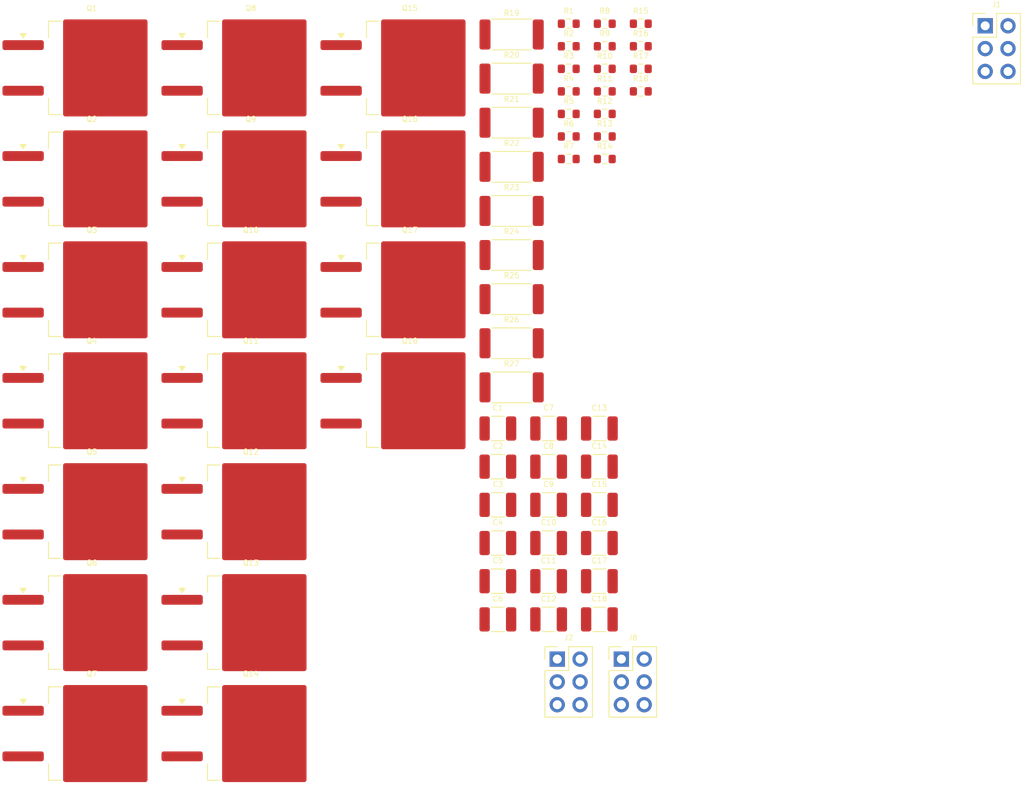
<source format=kicad_pcb>
(kicad_pcb (version 20241229) (generator "pcbnew") (generator_version "9.0")
  (layers (0 "F.Cu" signal) (2 "B.Cu" signal) (13 "F.Paste" user) (15 "B.Paste" user) (5 "F.SilkS" user "F.Silkscreen") (7 "B.SilkS" user "B.Silkscreen") (1 "F.Mask" user) (3 "B.Mask" user) (25 "Edge.Cuts" user))
  (net 0 "")
  (net 1 "Net-(C1-Pad2)")
  (net 2 "VBAT")
  (net 3 "GND")
  (net 4 "Net-(C3-Pad2)")
  (net 5 "Net-(C5-Pad2)")
  (net 6 "Net-(C7-Pad2)")
  (net 7 "Net-(C10-Pad1)")
  (net 8 "Net-(C11-Pad2)")
  (net 9 "Net-(C13-Pad2)")
  (net 10 "Net-(C15-Pad2)")
  (net 11 "Net-(C17-Pad2)")
  (net 12 "Net-(Q1-G)")
  (net 13 "PB_CUR1")
  (net 14 "Net-(Q2-G)")
  (net 15 "Net-(Q3-G)")
  (net 16 "Net-(Q4-G)")
  (net 17 "Net-(Q5-G)")
  (net 18 "Net-(Q6-G)")
  (net 19 "PB_OUT")
  (net 20 "Net-(Q7-G)")
  (net 21 "Net-(Q8-G)")
  (net 22 "Net-(Q9-G)")
  (net 23 "Net-(Q10-G)")
  (net 24 "Net-(Q11-G)")
  (net 25 "Net-(Q12-G)")
  (net 26 "Net-(Q13-G)")
  (net 27 "OUT_B")
  (net 28 "Net-(Q14-G)")
  (net 29 "Net-(Q15-G)")
  (net 30 "Net-(Q16-G)")
  (net 31 "Net-(Q17-G)")
  (net 32 "Net-(Q18-G)")
  (net 33 "PA_IN_H")
  (net 34 "PA_IN_L")
  (net 35 "PB_IN_H")
  (net 36 "PB_IN_L")
  (net 37 "PC_OUT")
  (net 38 "OUT_C")
  (net 39 "PC_CUR1")
  (net 40 "PC_IN_H")
  (net 41 "PC_IN_L")
  (net 42 "OUT_A")
  (net 43 "PA_OUT")
  (net 44 "PA_CUR1")
  (footprint "Resistor_SMD:R_0603_1608Metric" (layer "F.Cu") (at 212.1 51.2)
    (property "Reference" "R2" (at 0 -1.43 0) (layer "F.SilkS") (effects (font (size 0.6 0.6) (thickness 0.08))))
    (property "Value" "4R7")
    (pad "1" smd roundrect (at -0.825 0) (size 0.8 0.95) (layers "F.Cu" "F.Mask" "F.Paste") (net 14 "Net-(Q2-G)"))
    (pad "2" smd roundrect (at 0.825 0) (size 0.8 0.95) (layers "F.Cu" "F.Mask" "F.Paste") (net 34 "PA_IN_L"))
  )
  (footprint "Capacitor_SMD:C_1210_3225Metric" (layer "F.Cu") (at 204.21 106.5)
    (property "Reference" "C4" (at 0 -2.3 0) (layer "F.SilkS") (effects (font (size 0.6 0.6) (thickness 0.08))))
    (property "Value" "4,7uF")
    (pad "1" smd roundrect (at -1.475 0) (size 1.15 2.7) (layers "F.Cu" "F.Mask" "F.Paste") (roundrect_rratio 0.217391) (net 4 "Net-(C3-Pad2)"))
    (pad "2" smd roundrect (at 1.475 0) (size 1.15 2.7) (layers "F.Cu" "F.Mask" "F.Paste") (roundrect_rratio 0.217391) (net 3 "GND"))
  )
  (footprint "Connector_PinHeader_2.54mm:PinHeader_2x03_P2.54mm_Vertical" (layer "F.Cu") (at 217.96 119.42)
    (property "Reference" "J8" (at 1.27 -2.38 0) (layer "F.SilkS") (effects (font (size 0.6 0.6) (thickness 0.08))))
    (property "Value" "Con_PC")
    (pad "1" thru_hole rect (at 0 0) (size 1.7 1.7) (drill 1) (layers "*.Cu" "*.Mask") (net 3 "GND"))
    (pad "2" thru_hole circle (at 2.54 0) (size 1.7 1.7) (drill 1) (layers "*.Cu" "*.Mask") (net 42 "OUT_A"))
    (pad "3" thru_hole circle (at 0 2.54) (size 1.7 1.7) (drill 1) (layers "*.Cu" "*.Mask") (net 44 "PA_CUR1"))
    (pad "4" thru_hole circle (at 2.54 2.54) (size 1.7 1.7) (drill 1) (layers "*.Cu" "*.Mask") (net 34 "PA_IN_L"))
    (pad "5" thru_hole circle (at 0 5.08) (size 1.7 1.7) (drill 1) (layers "*.Cu" "*.Mask") (net 43 "PA_OUT"))
    (pad "6" thru_hole circle (at 2.54 5.08) (size 1.7 1.7) (drill 1) (layers "*.Cu" "*.Mask") (net 33 "PA_IN_H"))
  )
  (footprint "Resistor_SMD:R_2512_6332Metric" (layer "F.Cu") (at 205.74 59.71)
    (property "Reference" "R21" (at 0 -2.63 0) (layer "F.SilkS") (effects (font (size 0.6 0.6) (thickness 0.08))))
    (property "Value" "0,5m")
    (pad "1" smd roundrect (at -2.9625 0) (size 1.225 3.35) (layers "F.Cu" "F.Mask" "F.Paste") (roundrect_rratio 0.204082) (net 38 "OUT_C"))
    (pad "2" smd roundrect (at 2.9625 0) (size 1.225 3.35) (layers "F.Cu" "F.Mask" "F.Paste") (roundrect_rratio 0.204082) (net 39 "PC_CUR1"))
  )
  (footprint "Resistor_SMD:R_0603_1608Metric" (layer "F.Cu") (at 216.11 58.73)
    (property "Reference" "R12" (at 0 -1.43 0) (layer "F.SilkS") (effects (font (size 0.6 0.6) (thickness 0.08))))
    (property "Value" "4R7")
    (pad "1" smd roundrect (at -0.825 0) (size 0.8 0.95) (layers "F.Cu" "F.Mask" "F.Paste") (net 25 "Net-(Q12-G)"))
    (pad "2" smd roundrect (at 0.825 0) (size 0.8 0.95) (layers "F.Cu" "F.Mask" "F.Paste") (net 36 "PB_IN_L"))
  )
  (footprint "Package_TO_SOT_SMD:TO-263-2" (layer "F.Cu") (at 176.71 103.01)
    (property "Reference" "Q12" (at 0 -6.65 0) (layer "F.SilkS") (effects (font (size 0.6 0.6) (thickness 0.08))))
    (property "Value" "IPB042N10")
    (pad "1" smd roundrect (at -7.65 -2.54) (size 4.6 1.1) (layers "F.Cu" "F.Mask" "F.Paste") (roundrect_rratio 0.227273) (net 25 "Net-(Q12-G)"))
    (pad "2" smd roundrect (at 1.5 0) (size 9.4 10.8) (layers "F.Cu" "F.Mask") (roundrect_rratio 0.026596) (net 13 "PB_CUR1"))
    (pad "3" smd roundrect (at -7.65 2.54) (size 4.6 1.1) (layers "F.Cu" "F.Mask" "F.Paste") (roundrect_rratio 0.227273) (net 3 "GND"))
  )
  (footprint "Package_TO_SOT_SMD:TO-263-2" (layer "F.Cu") (at 176.71 127.71)
    (property "Reference" "Q14" (at 0 -6.65 0) (layer "F.SilkS") (effects (font (size 0.6 0.6) (thickness 0.08))))
    (property "Value" "IPB042N10")
    (pad "1" smd roundrect (at -7.65 -2.54) (size 4.6 1.1) (layers "F.Cu" "F.Mask" "F.Paste") (roundrect_rratio 0.227273) (net 28 "Net-(Q14-G)"))
    (pad "2" smd roundrect (at 1.5 0) (size 9.4 10.8) (layers "F.Cu" "F.Mask") (roundrect_rratio 0.026596) (net 39 "PC_CUR1"))
    (pad "3" smd roundrect (at -7.65 2.54) (size 4.6 1.1) (layers "F.Cu" "F.Mask" "F.Paste") (roundrect_rratio 0.227273) (net 3 "GND"))
  )
  (footprint "Resistor_SMD:R_0603_1608Metric" (layer "F.Cu") (at 220.12 56.22)
    (property "Reference" "R18" (at 0 -1.43 0) (layer "F.SilkS") (effects (font (size 0.6 0.6) (thickness 0.08))))
    (property "Value" "4R7")
    (pad "1" smd roundrect (at -0.825 0) (size 0.8 0.95) (layers "F.Cu" "F.Mask" "F.Paste") (net 32 "Net-(Q18-G)"))
    (pad "2" smd roundrect (at 0.825 0) (size 0.8 0.95) (layers "F.Cu" "F.Mask" "F.Paste") (net 41 "PC_IN_L"))
  )
  (footprint "Capacitor_SMD:C_1210_3225Metric" (layer "F.Cu") (at 209.86 106.5)
    (property "Reference" "C10" (at 0 -2.3 0) (layer "F.SilkS") (effects (font (size 0.6 0.6) (thickness 0.08))))
    (property "Value" "4,7uF")
    (pad "1" smd roundrect (at -1.475 0) (size 1.15 2.7) (layers "F.Cu" "F.Mask" "F.Paste") (roundrect_rratio 0.217391) (net 7 "Net-(C10-Pad1)"))
    (pad "2" smd roundrect (at 1.475 0) (size 1.15 2.7) (layers "F.Cu" "F.Mask" "F.Paste") (roundrect_rratio 0.217391) (net 3 "GND"))
  )
  (footprint "Connector_PinHeader_2.54mm:PinHeader_2x03_P2.54mm_Vertical" (layer "F.Cu") (at 258.46 48.92)
    (property "Reference" "J1" (at 1.27 -2.38 0) (layer "F.SilkS") (effects (font (size 0.6 0.6) (thickness 0.08))))
    (property "Value" "Con_PC")
    (pad "1" thru_hole rect (at 0 0) (size 1.7 1.7) (drill 1) (layers "*.Cu" "*.Mask") (net 3 "GND"))
    (pad "2" thru_hole circle (at 2.54 0) (size 1.7 1.7) (drill 1) (layers "*.Cu" "*.Mask") (net 27 "OUT_B"))
    (pad "3" thru_hole circle (at 0 2.54) (size 1.7 1.7) (drill 1) (layers "*.Cu" "*.Mask") (net 13 "PB_CUR1"))
    (pad "4" thru_hole circle (at 2.54 2.54) (size 1.7 1.7) (drill 1) (layers "*.Cu" "*.Mask") (net 36 "PB_IN_L"))
    (pad "5" thru_hole circle (at 0 5.08) (size 1.7 1.7) (drill 1) (layers "*.Cu" "*.Mask") (net 19 "PB_OUT"))
    (pad "6" thru_hole circle (at 2.54 5.08) (size 1.7 1.7) (drill 1) (layers "*.Cu" "*.Mask") (net 35 "PB_IN_H"))
  )
  (footprint "Resistor_SMD:R_0603_1608Metric" (layer "F.Cu") (at 212.1 56.22)
    (property "Reference" "R4" (at 0 -1.43 0) (layer "F.SilkS") (effects (font (size 0.6 0.6) (thickness 0.08))))
    (property "Value" "4R7")
    (pad "1" smd roundrect (at -0.825 0) (size 0.8 0.95) (layers "F.Cu" "F.Mask" "F.Paste") (net 16 "Net-(Q4-G)"))
    (pad "2" smd roundrect (at 0.825 0) (size 0.8 0.95) (layers "F.Cu" "F.Mask" "F.Paste") (net 34 "PA_IN_L"))
  )
  (footprint "Resistor_SMD:R_2512_6332Metric" (layer "F.Cu") (at 205.74 54.8)
    (property "Reference" "R20" (at 0 -2.63 0) (layer "F.SilkS") (effects (font (size 0.6 0.6) (thickness 0.08))))
    (property "Value" "0,5m")
    (pad "1" smd roundrect (at -2.9625 0) (size 1.225 3.35) (layers "F.Cu" "F.Mask" "F.Paste") (roundrect_rratio 0.204082) (net 38 "OUT_C"))
    (pad "2" smd roundrect (at 2.9625 0) (size 1.225 3.35) (layers "F.Cu" "F.Mask" "F.Paste") (roundrect_rratio 0.204082) (net 39 "PC_CUR1"))
  )
  (footprint "Capacitor_SMD:C_1210_3225Metric" (layer "F.Cu") (at 209.86 98)
    (property "Reference" "C8" (at 0 -2.3 0) (layer "F.SilkS") (effects (font (size 0.6 0.6) (thickness 0.08))))
    (property "Value" "4,7uF")
    (pad "1" smd roundrect (at -1.475 0) (size 1.15 2.7) (layers "F.Cu" "F.Mask" "F.Paste") (roundrect_rratio 0.217391) (net 6 "Net-(C7-Pad2)"))
    (pad "2" smd roundrect (at 1.475 0) (size 1.15 2.7) (layers "F.Cu" "F.Mask" "F.Paste") (roundrect_rratio 0.217391) (net 3 "GND"))
  )
  (footprint "Capacitor_SMD:C_1210_3225Metric" (layer "F.Cu") (at 209.86 110.75)
    (property "Reference" "C11" (at 0 -2.3 0) (layer "F.SilkS") (effects (font (size 0.6 0.6) (thickness 0.08))))
    (property "Value" "4,7uF")
    (pad "1" smd roundrect (at -1.475 0) (size 1.15 2.7) (layers "F.Cu" "F.Mask" "F.Paste") (roundrect_rratio 0.217391) (net 2 "VBAT"))
    (pad "2" smd roundrect (at 1.475 0) (size 1.15 2.7) (layers "F.Cu" "F.Mask" "F.Paste") (roundrect_rratio 0.217391) (net 8 "Net-(C11-Pad2)"))
  )
  (footprint "Package_TO_SOT_SMD:TO-263-2" (layer "F.Cu") (at 176.71 78.31)
    (property "Reference" "Q10" (at 0 -6.65 0) (layer "F.SilkS") (effects (font (size 0.6 0.6) (thickness 0.08))))
    (property "Value" "IPB042N10N3G")
    (pad "1" smd roundrect (at -7.65 -2.54) (size 4.6 1.1) (layers "F.Cu" "F.Mask" "F.Paste") (roundrect_rratio 0.227273) (net 23 "Net-(Q10-G)"))
    (pad "2" smd roundrect (at 1.5 0) (size 9.4 10.8) (layers "F.Cu" "F.Mask") (roundrect_rratio 0.026596) (net 13 "PB_CUR1"))
    (pad "3" smd roundrect (at -7.65 2.54) (size 4.6 1.1) (layers "F.Cu" "F.Mask" "F.Paste") (roundrect_rratio 0.227273) (net 3 "GND"))
  )
  (footprint "Resistor_SMD:R_0603_1608Metric" (layer "F.Cu") (at 212.1 48.69)
    (property "Reference" "R1" (at 0 -1.43 0) (layer "F.SilkS") (effects (font (size 0.6 0.6) (thickness 0.08))))
    (property "Value" "4R7")
    (pad "1" smd roundrect (at -0.825 0) (size 0.8 0.95) (layers "F.Cu" "F.Mask" "F.Paste") (net 33 "PA_IN_H"))
    (pad "2" smd roundrect (at 0.825 0) (size 0.8 0.95) (layers "F.Cu" "F.Mask" "F.Paste") (net 12 "Net-(Q1-G)"))
  )
  (footprint "Package_TO_SOT_SMD:TO-263-2" (layer "F.Cu") (at 159.01 78.31)
    (property "Reference" "Q3" (at 0 -6.65 0) (layer "F.SilkS") (effects (font (size 0.6 0.6) (thickness 0.08))))
    (property "Value" "IPB042N10")
    (pad "1" smd roundrect (at -7.65 -2.54) (size 4.6 1.1) (layers "F.Cu" "F.Mask" "F.Paste") (roundrect_rratio 0.227273) (net 15 "Net-(Q3-G)"))
    (pad "2" smd roundrect (at 1.5 0) (size 9.4 10.8) (layers "F.Cu" "F.Mask") (roundrect_rratio 0.026596) (net 2 "VBAT"))
    (pad "3" smd roundrect (at -7.65 2.54) (size 4.6 1.1) (layers "F.Cu" "F.Mask" "F.Paste") (roundrect_rratio 0.227273) (net 44 "PA_CUR1"))
  )
  (footprint "Connector_PinHeader_2.54mm:PinHeader_2x03_P2.54mm_Vertical" (layer "F.Cu") (at 210.82 119.42)
    (property "Reference" "J2" (at 1.27 -2.38 0) (layer "F.SilkS") (effects (font (size 0.6 0.6) (thickness 0.08))))
    (property "Value" "Con_PC")
    (pad "1" thru_hole rect (at 0 0) (size 1.7 1.7) (drill 1) (layers "*.Cu" "*.Mask") (net 3 "GND"))
    (pad "2" thru_hole circle (at 2.54 0) (size 1.7 1.7) (drill 1) (layers "*.Cu" "*.Mask") (net 38 "OUT_C"))
    (pad "3" thru_hole circle (at 0 2.54) (size 1.7 1.7) (drill 1) (layers "*.Cu" "*.Mask") (net 39 "PC_CUR1"))
    (pad "4" thru_hole circle (at 2.54 2.54) (size 1.7 1.7) (drill 1) (layers "*.Cu" "*.Mask") (net 41 "PC_IN_L"))
    (pad "5" thru_hole circle (at 0 5.08) (size 1.7 1.7) (drill 1) (layers "*.Cu" "*.Mask") (net 37 "PC_OUT"))
    (pad "6" thru_hole circle (at 2.54 5.08) (size 1.7 1.7) (drill 1) (layers "*.Cu" "*.Mask") (net 40 "PC_IN_H"))
  )
  (footprint "Package_TO_SOT_SMD:TO-263-2" (layer "F.Cu") (at 194.41 78.31)
    (property "Reference" "Q17" (at 0 -6.65 0) (layer "F.SilkS") (effects (font (size 0.6 0.6) (thickness 0.08))))
    (property "Value" "IPB042N10")
    (pad "1" smd roundrect (at -7.65 -2.54) (size 4.6 1.1) (layers "F.Cu" "F.Mask" "F.Paste") (roundrect_rratio 0.227273) (net 31 "Net-(Q17-G)"))
    (pad "2" smd roundrect (at 1.5 0) (size 9.4 10.8) (layers "F.Cu" "F.Mask") (roundrect_rratio 0.026596) (net 2 "VBAT"))
    (pad "3" smd roundrect (at -7.65 2.54) (size 4.6 1.1) (layers "F.Cu" "F.Mask" "F.Paste") (roundrect_rratio 0.227273) (net 39 "PC_CUR1"))
  )
  (footprint "Package_TO_SOT_SMD:TO-263-2" (layer "F.Cu") (at 194.41 53.61)
    (property "Reference" "Q15" (at 0 -6.65 0) (layer "F.SilkS") (effects (font (size 0.6 0.6) (thickness 0.08))))
    (property "Value" "IPB042N10")
    (pad "1" smd roundrect (at -7.65 -2.54) (size 4.6 1.1) (layers "F.Cu" "F.Mask" "F.Paste") (roundrect_rratio 0.227273) (net 29 "Net-(Q15-G)"))
    (pad "2" smd roundrect (at 1.5 0) (size 9.4 10.8) (layers "F.Cu" "F.Mask") (roundrect_rratio 0.026596) (net 2 "VBAT"))
    (pad "3" smd roundrect (at -7.65 2.54) (size 4.6 1.1) (layers "F.Cu" "F.Mask" "F.Paste") (roundrect_rratio 0.227273) (net 39 "PC_CUR1"))
  )
  (footprint "Capacitor_SMD:C_1210_3225Metric" (layer "F.Cu") (at 215.51 98)
    (property "Reference" "C14" (at 0 -2.3 0) (layer "F.SilkS") (effects (font (size 0.6 0.6) (thickness 0.08))))
    (property "Value" "4,7uF")
    (pad "1" smd roundrect (at -1.475 0) (size 1.15 2.7) (layers "F.Cu" "F.Mask" "F.Paste") (roundrect_rratio 0.217391) (net 9 "Net-(C13-Pad2)"))
    (pad "2" smd roundrect (at 1.475 0) (size 1.15 2.7) (layers "F.Cu" "F.Mask" "F.Paste") (roundrect_rratio 0.217391) (net 3 "GND"))
  )
  (footprint "Capacitor_SMD:C_1210_3225Metric" (layer "F.Cu") (at 204.21 102.25)
    (property "Reference" "C3" (at 0 -2.3 0) (layer "F.SilkS") (effects (font (size 0.6 0.6) (thickness 0.08))))
    (property "Value" "4,7uF")
    (pad "1" smd roundrect (at -1.475 0) (size 1.15 2.7) (layers "F.Cu" "F.Mask" "F.Paste") (roundrect_rratio 0.217391) (net 2 "VBAT"))
    (pad "2" smd roundrect (at 1.475 0) (size 1.15 2.7) (layers "F.Cu" "F.Mask" "F.Paste") (roundrect_rratio 0.217391) (net 4 "Net-(C3-Pad2)"))
  )
  (footprint "Capacitor_SMD:C_1210_3225Metric" (layer "F.Cu") (at 209.86 93.75)
    (property "Reference" "C7" (at 0 -2.3 0) (layer "F.SilkS") (effects (font (size 0.6 0.6) (thickness 0.08))))
    (property "Value" "4,7uF")
    (pad "1" smd roundrect (at -1.475 0) (size 1.15 2.7) (layers "F.Cu" "F.Mask" "F.Paste") (roundrect_rratio 0.217391) (net 2 "VBAT"))
    (pad "2" smd roundrect (at 1.475 0) (size 1.15 2.7) (layers "F.Cu" "F.Mask" "F.Paste") (roundrect_rratio 0.217391) (net 6 "Net-(C7-Pad2)"))
  )
  (footprint "Package_TO_SOT_SMD:TO-263-2" (layer "F.Cu") (at 159.01 127.71)
    (property "Reference" "Q7" (at 0 -6.65 0) (layer "F.SilkS") (effects (font (size 0.6 0.6) (thickness 0.08))))
    (property "Value" "IPB042N10")
    (pad "1" smd roundrect (at -7.65 -2.54) (size 4.6 1.1) (layers "F.Cu" "F.Mask" "F.Paste") (roundrect_rratio 0.227273) (net 20 "Net-(Q7-G)"))
    (pad "2" smd roundrect (at 1.5 0) (size 9.4 10.8) (layers "F.Cu" "F.Mask") (roundrect_rratio 0.026596) (net 2 "VBAT"))
    (pad "3" smd roundrect (at -7.65 2.54) (size 4.6 1.1) (layers "F.Cu" "F.Mask" "F.Paste") (roundrect_rratio 0.227273) (net 13 "PB_CUR1"))
  )
  (footprint "Resistor_SMD:R_2512_6332Metric" (layer "F.Cu") (at 205.74 74.44)
    (property "Reference" "R24" (at 0 -2.63 0) (layer "F.SilkS") (effects (font (size 0.6 0.6) (thickness 0.08))))
    (property "Value" "0,5m")
    (pad "1" smd roundrect (at -2.9625 0) (size 1.225 3.35) (layers "F.Cu" "F.Mask" "F.Paste") (roundrect_rratio 0.204082) (net 27 "OUT_B"))
    (pad "2" smd roundrect (at 2.9625 0) (size 1.225 3.35) (layers "F.Cu" "F.Mask" "F.Paste") (roundrect_rratio 0.204082) (net 13 "PB_CUR1"))
  )
  (footprint "Package_TO_SOT_SMD:TO-263-2" (layer "F.Cu") (at 194.41 90.66)
    (property "Reference" "Q18" (at 0 -6.65 0) (layer "F.SilkS") (effects (font (size 0.6 0.6) (thickness 0.08))))
    (property "Value" "IPB042N10")
    (pad "1" smd roundrect (at -7.65 -2.54) (size 4.6 1.1) (layers "F.Cu" "F.Mask" "F.Paste") (roundrect_rratio 0.227273) (net 32 "Net-(Q18-G)"))
    (pad "2" smd roundrect (at 1.5 0) (size 9.4 10.8) (layers "F.Cu" "F.Mask") (roundrect_rratio 0.026596) (net 39 "PC_CUR1"))
    (pad "3" smd roundrect (at -7.65 2.54) (size 4.6 1.1) (layers "F.Cu" "F.Mask" "F.Paste") (roundrect_rratio 0.227273) (net 3 "GND"))
  )
  (footprint "Resistor_SMD:R_2512_6332Metric" (layer "F.Cu") (at 205.74 49.89)
    (property "Reference" "R19" (at 0 -2.39 0) (layer "F.SilkS") (effects (font (size 0.6 0.6) (thickness 0.08))))
    (property "Value" "0,5m")
    (pad "1" smd roundrect (at -2.9625 0) (size 1.225 3.35) (layers "F.Cu" "F.Mask" "F.Paste") (roundrect_rratio 0.204082) (net 38 "OUT_C"))
    (pad "2" smd roundrect (at 2.9625 0) (size 1.225 3.35) (layers "F.Cu" "F.Mask" "F.Paste") (roundrect_rratio 0.204082) (net 39 "PC_CUR1"))
  )
  (footprint "Capacitor_SMD:C_1210_3225Metric" (layer "F.Cu") (at 215.51 110.75)
    (property "Reference" "C17" (at 0 -2.3 0) (layer "F.SilkS") (effects (font (size 0.6 0.6) (thickness 0.08))))
    (property "Value" "4,7uF")
    (pad "1" smd roundrect (at -1.475 0) (size 1.15 2.7) (layers "F.Cu" "F.Mask" "F.Paste") (roundrect_rratio 0.217391) (net 2 "VBAT"))
    (pad "2" smd roundrect (at 1.475 0) (size 1.15 2.7) (layers "F.Cu" "F.Mask" "F.Paste") (roundrect_rratio 0.217391) (net 11 "Net-(C17-Pad2)"))
  )
  (footprint "Resistor_SMD:R_0603_1608Metric" (layer "F.Cu") (at 216.11 56.22)
    (property "Reference" "R11" (at 0 -1.43 0) (layer "F.SilkS") (effects (font (size 0.6 0.6) (thickness 0.08))))
    (property "Value" "4R7")
    (pad "1" smd roundrect (at -0.825 0) (size 0.8 0.95) (layers "F.Cu" "F.Mask" "F.Paste") (net 35 "PB_IN_H"))
    (pad "2" smd roundrect (at 0.825 0) (size 0.8 0.95) (layers "F.Cu" "F.Mask" "F.Paste") (net 24 "Net-(Q11-G)"))
  )
  (footprint "Resistor_SMD:R_2512_6332Metric" (layer "F.Cu") (at 205.74 69.53)
    (property "Reference" "R23" (at 0 -2.63 0) (layer "F.SilkS") (effects (font (size 0.6 0.6) (thickness 0.08))))
    (property "Value" "0,5m")
    (pad "1" smd roundrect (at -2.9625 0) (size 1.225 3.35) (layers "F.Cu" "F.Mask" "F.Paste") (roundrect_rratio 0.204082) (net 27 "OUT_B"))
    (pad "2" smd roundrect (at 2.9625 0) (size 1.225 3.35) (layers "F.Cu" "F.Mask" "F.Paste") (roundrect_rratio 0.204082) (net 13 "PB_CUR1"))
  )
  (footprint "Resistor_SMD:R_2512_6332Metric" (layer "F.Cu") (at 205.74 84.26)
    (property "Reference" "R26" (at 0 -2.63 0) (layer "F.SilkS") (effects (font (size 0.6 0.6) (thickness 0.08))))
    (property "Value" "0,5m")
    (pad "1" smd roundrect (at -2.9625 0) (size 1.225 3.35) (layers "F.Cu" "F.Mask" "F.Paste") (roundrect_rratio 0.204082) (net 42 "OUT_A"))
    (pad "2" smd roundrect (at 2.9625 0) (size 1.225 3.35) (layers "F.Cu" "F.Mask" "F.Paste") (roundrect_rratio 0.204082) (net 44 "PA_CUR1"))
  )
  (footprint "Resistor_SMD:R_0603_1608Metric" (layer "F.Cu") (at 212.1 63.75)
    (property "Reference" "R7" (at 0 -1.43 0) (layer "F.SilkS") (effects (font (size 0.6 0.6) (thickness 0.08))))
    (property "Value" "4R7")
    (pad "1" smd roundrect (at -0.825 0) (size 0.8 0.95) (layers "F.Cu" "F.Mask" "F.Paste") (net 35 "PB_IN_H"))
    (pad "2" smd roundrect (at 0.825 0) (size 0.8 0.95) (layers "F.Cu" "F.Mask" "F.Paste") (net 20 "Net-(Q7-G)"))
  )
  (footprint "Package_TO_SOT_SMD:TO-263-2" (layer "F.Cu") (at 159.01 115.36)
    (property "Reference" "Q6" (at 0 -6.65 0) (layer "F.SilkS") (effects (font (size 0.6 0.6) (thickness 0.08))))
    (property "Value" "IPB042N10")
    (pad "1" smd roundrect (at -7.65 -2.54) (size 4.6 1.1) (layers "F.Cu" "F.Mask" "F.Paste") (roundrect_rratio 0.227273) (net 18 "Net-(Q6-G)"))
    (pad "2" smd roundrect (at 1.5 0) (size 9.4 10.8) (layers "F.Cu" "F.Mask") (roundrect_rratio 0.026596) (net 44 "PA_CUR1"))
    (pad "3" smd roundrect (at -7.65 2.54) (size 4.6 1.1) (layers "F.Cu" "F.Mask" "F.Paste") (roundrect_rratio 0.227273) (net 3 "GND"))
  )
  (footprint "Resistor_SMD:R_2512_6332Metric" (layer "F.Cu") (at 205.74 64.62)
    (property "Reference" "R22" (at 0 -2.63 0) (layer "F.SilkS") (effects (font (size 0.6 0.6) (thickness 0.08))))
    (property "Value" "0,5m")
    (pad "1" smd roundrect (at -2.9625 0) (size 1.225 3.35) (layers "F.Cu" "F.Mask" "F.Paste") (roundrect_rratio 0.204082) (net 27 "OUT_B"))
    (pad "2" smd roundrect (at 2.9625 0) (size 1.225 3.35) (layers "F.Cu" "F.Mask" "F.Paste") (roundrect_rratio 0.204082) (net 13 "PB_CUR1"))
  )
  (footprint "Capacitor_SMD:C_1210_3225Metric" (layer "F.Cu") (at 204.21 93.75)
    (property "Reference" "C1" (at 0 -2.3 0) (layer "F.SilkS") (effects (font (size 0.6 0.6) (thickness 0.08))))
    (property "Value" "4,7uF")
    (pad "1" smd roundrect (at -1.475 0) (size 1.15 2.7) (layers "F.Cu" "F.Mask" "F.Paste") (roundrect_rratio 0.217391) (net 2 "VBAT"))
    (pad "2" smd roundrect (at 1.475 0) (size 1.15 2.7) (layers "F.Cu" "F.Mask" "F.Paste") (roundrect_rratio 0.217391) (net 1 "Net-(C1-Pad2)"))
  )
  (footprint "Resistor_SMD:R_0603_1608Metric" (layer "F.Cu") (at 220.12 51.2)
    (property "Reference" "R16" (at 0 -1.43 0) (layer "F.SilkS") (effects (font (size 0.6 0.6) (thickness 0.08))))
    (property "Value" "4R7")
    (pad "1" smd roundrect (at -0.825 0) (size 0.8 0.95) (layers "F.Cu" "F.Mask" "F.Paste") (net 30 "Net-(Q16-G)"))
    (pad "2" smd roundrect (at 0.825 0) (size 0.8 0.95) (layers "F.Cu" "F.Mask" "F.Paste") (net 41 "PC_IN_L"))
  )
  (footprint "Capacitor_SMD:C_1210_3225Metric" (layer "F.Cu") (at 209.86 102.25)
    (property "Reference" "C9" (at 0 -2.3 0) (layer "F.SilkS") (effects (font (size 0.6 0.6) (thickness 0.08))))
    (property "Value" "4,7uF")
    (pad "1" smd roundrect (at -1.475 0) (size 1.15 2.7) (layers "F.Cu" "F.Mask" "F.Paste") (roundrect_rratio 0.217391) (net 2 "VBAT"))
    (pad "2" smd roundrect (at 1.475 0) (size 1.15 2.7) (layers "F.Cu" "F.Mask" "F.Paste") (roundrect_rratio 0.217391) (net 7 "Net-(C10-Pad1)"))
  )
  (footprint "Resistor_SMD:R_0603_1608Metric" (layer "F.Cu") (at 212.1 58.73)
    (property "Reference" "R5" (at 0 -1.43 0) (layer "F.SilkS") (effects (font (size 0.6 0.6) (thickness 0.08))))
    (property "Value" "4R7")
    (pad "1" smd roundrect (at -0.825 0) (size 0.8 0.95) (layers "F.Cu" "F.Mask" "F.Paste") (net 33 "PA_IN_H"))
    (pad "2" smd roundrect (at 0.825 0) (size 0.8 0.95) (layers "F.Cu" "F.Mask" "F.Paste") (net 17 "Net-(Q5-G)"))
  )
  (footprint "Package_TO_SOT_SMD:TO-263-2" (layer "F.Cu") (at 194.41 65.96)
    (property "Reference" "Q16" (at 0 -6.65 0) (layer "F.SilkS") (effects (font (size 0.6 0.6) (thickness 0.08))))
    (property "Value" "IPB042N10N3G")
    (pad "1" smd roundrect (at -7.65 -2.54) (size 4.6 1.1) (layers "F.Cu" "F.Mask" "F.Paste") (roundrect_rratio 0.227273) (net 30 "Net-(Q16-G)"))
    (pad "2" smd roundrect (at 1.5 0) (size 9.4 10.8) (layers "F.Cu" "F.Mask") (roundrect_rratio 0.026596) (net 39 "PC_CUR1"))
    (pad "3" smd roundrect (at -7.65 2.54) (size 4.6 1.1) (layers "F.Cu" "F.Mask" "F.Paste") (roundrect_rratio 0.227273) (net 3 "GND"))
  )
  (footprint "Resistor_SMD:R_0603_1608Metric" (layer "F.Cu") (at 216.11 48.69)
    (property "Reference" "R8" (at 0 -1.43 0) (layer "F.SilkS") (effects (font (size 0.6 0.6) (thickness 0.08))))
    (property "Value" "4R7")
    (pad "1" smd roundrect (at -0.825 0) (size 0.8 0.95) (layers "F.Cu" "F.Mask" "F.Paste") (net 21 "Net-(Q8-G)"))
    (pad "2" smd roundrect (at 0.825 0) (size 0.8 0.95) (layers "F.Cu" "F.Mask" "F.Paste") (net 36 "PB_IN_L"))
  )
  (footprint "Resistor_SMD:R_2512_6332Metric" (layer "F.Cu") (at 205.74 79.35)
    (property "Reference" "R25" (at 0 -2.63 0) (layer "F.SilkS") (effects (font (size 0.6 0.6) (thickness 0.08))))
    (property "Value" "0,5m")
    (pad "1" smd roundrect (at -2.9625 0) (size 1.225 3.35) (layers "F.Cu" "F.Mask" "F.Paste") (roundrect_rratio 0.204082) (net 42 "OUT_A"))
    (pad "2" smd roundrect (at 2.9625 0) (size 1.225 3.35) (layers "F.Cu" "F.Mask" "F.Paste") (roundrect_rratio 0.204082) (net 44 "PA_CUR1"))
  )
  (footprint "Resistor_SMD:R_0603_1608Metric" (layer "F.Cu") (at 216.11 63.75)
    (property "Reference" "R14" (at 0 -1.43 0) (layer "F.SilkS") (effects (font (size 0.6 0.6) (thickness 0.08))))
    (property "Value" "4R7")
    (pad "1" smd roundrect (at -0.825 0) (size 0.8 0.95) (layers "F.Cu" "F.Mask" "F.Paste") (net 28 "Net-(Q14-G)"))
    (pad "2" smd roundrect (at 0.825 0) (size 0.8 0.95) (layers "F.Cu" "F.Mask" "F.Paste") (net 41 "PC_IN_L"))
  )
  (footprint "Capacitor_SMD:C_1210_3225Metric" (layer "F.Cu") (at 209.86 115)
    (property "Reference" "C12" (at 0 -2.3 0) (layer "F.SilkS") (effects (font (size 0.6 0.6) (thickness 0.08))))
    (property "Value" "4,7uF")
    (pad "1" smd roundrect (at -1.475 0) (size 1.15 2.7) (layers "F.Cu" "F.Mask" "F.Paste") (roundrect_rratio 0.217391) (net 8 "Net-(C11-Pad2)"))
    (pad "2" smd roundrect (at 1.475 0) (size 1.15 2.7) (layers "F.Cu" "F.Mask" "F.Paste") (roundrect_rratio 0.217391) (net 3 "GND"))
  )
  (footprint "Package_TO_SOT_SMD:TO-263-2" (layer "F.Cu") (at 176.71 53.61)
    (property "Reference" "Q8" (at 0 -6.65 0) (layer "F.SilkS") (effects (font (size 0.6 0.6) (thickness 0.08))))
    (property "Value" "IPB042N10")
    (pad "1" smd roundrect (at -7.65 -2.54) (size 4.6 1.1) (layers "F.Cu" "F.Mask" "F.Paste") (roundrect_rratio 0.227273) (net 21 "Net-(Q8-G)"))
    (pad "2" smd roundrect (at 1.5 0) (size 9.4 10.8) (layers "F.Cu" "F.Mask") (roundrect_rratio 0.026596) (net 13 "PB_CUR1"))
    (pad "3" smd roundrect (at -7.65 2.54) (size 4.6 1.1) (layers "F.Cu" "F.Mask" "F.Paste") (roundrect_rratio 0.227273) (net 3 "GND"))
  )
  (footprint "Resistor_SMD:R_0603_1608Metric" (layer "F.Cu") (at 212.1 61.24)
    (property "Reference" "R6" (at 0 -1.43 0) (layer "F.SilkS") (effects (font (size 0.6 0.6) (thickness 0.08))))
    (property "Value" "4R7")
    (pad "1" smd roundrect (at -0.825 0) (size 0.8 0.95) (layers "F.Cu" "F.Mask" "F.Paste") (net 18 "Net-(Q6-G)"))
    (pad "2" smd roundrect (at 0.825 0) (size 0.8 0.95) (layers "F.Cu" "F.Mask" "F.Paste") (net 34 "PA_IN_L"))
  )
  (footprint "Package_TO_SOT_SMD:TO-263-2" (layer "F.Cu") (at 159.01 65.96)
    (property "Reference" "Q2" (at 0 -6.65 0) (layer "F.SilkS") (effects (font (size 0.6 0.6) (thickness 0.08))))
    (property "Value" "IPB042N10")
    (pad "1" smd roundrect (at -7.65 -2.54) (size 4.6 1.1) (layers "F.Cu" "F.Mask" "F.Paste") (roundrect_rratio 0.227273) (net 14 "Net-(Q2-G)"))
    (pad "2" smd roundrect (at 1.5 0) (size 9.4 10.8) (layers "F.Cu" "F.Mask") (roundrect_rratio 0.026596) (net 44 "PA_CUR1"))
    (pad "3" smd roundrect (at -7.65 2.54) (size 4.6 1.1) (layers "F.Cu" "F.Mask" "F.Paste") (roundrect_rratio 0.227273) (net 3 "GND"))
  )
  (footprint "Resistor_SMD:R_0603_1608Metric" (layer "F.Cu") (at 216.11 61.24)
    (property "Reference" "R13" (at 0 -1.43 0) (layer "F.SilkS") (effects (font (size 0.6 0.6) (thickness 0.08))))
    (property "Value" "4R7")
    (pad "1" smd roundrect (at -0.825 0) (size 0.8 0.95) (layers "F.Cu" "F.Mask" "F.Paste") (net 40 "PC_IN_H"))
    (pad "2" smd roundrect (at 0.825 0) (size 0.8 0.95) (layers "F.Cu" "F.Mask" "F.Paste") (net 26 "Net-(Q13-G)"))
  )
  (footprint "Capacitor_SMD:C_1210_3225Metric" (layer "F.Cu") (at 215.51 102.25)
    (property "Reference" "C15" (at 0 -2.3 0) (layer "F.SilkS") (effects (font (size 0.6 0.6) (thickness 0.08))))
    (property "Value" "4,7uF")
    (pad "1" smd roundrect (at -1.475 0) (size 1.15 2.7) (layers "F.Cu" "F.Mask" "F.Paste") (roundrect_rratio 0.217391) (net 2 "VBAT"))
    (pad "2" smd roundrect (at 1.475 0) (size 1.15 2.7) (layers "F.Cu" "F.Mask" "F.Paste") (roundrect_rratio 0.217391) (net 10 "Net-(C15-Pad2)"))
  )
  (footprint "Package_TO_SOT_SMD:TO-263-2" (layer "F.Cu") (at 176.71 115.36)
    (property "Reference" "Q13" (at 0 -6.65 0) (layer "F.SilkS") (effects (font (size 0.6 0.6) (thickness 0.08))))
    (property "Value" "IPB042N10")
    (pad "1" smd roundrect (at -7.65 -2.54) (size 4.6 1.1) (layers "F.Cu" "F.Mask" "F.Paste") (roundrect_rratio 0.227273) (net 26 "Net-(Q13-G)"))
    (pad "2" smd roundrect (at 1.5 0) (size 9.4 10.8) (layers "F.Cu" "F.Mask") (roundrect_rratio 0.026596) (net 2 "VBAT"))
    (pad "3" smd roundrect (at -7.65 2.54) (size 4.6 1.1) (layers "F.Cu" "F.Mask" "F.Paste") (roundrect_rratio 0.227273) (net 39 "PC_CUR1"))
  )
  (footprint "Resistor_SMD:R_0603_1608Metric" (layer "F.Cu") (at 216.11 53.71)
    (property "Reference" "R10" (at 0 -1.43 0) (layer "F.SilkS") (effects (font (size 0.6 0.6) (thickness 0.08))))
    (property "Value" "4R7")
    (pad "1" smd roundrect (at -0.825 0) (size 0.8 0.95) (layers "F.Cu" "F.Mask" "F.Paste") (net 23 "Net-(Q10-G)"))
    (pad "2" smd roundrect (at 0.825 0) (size 0.8 0.95) (layers "F.Cu" "F.Mask" "F.Paste") (net 36 "PB_IN_L"))
  )
  (footprint "Package_TO_SOT_SMD:TO-263-2" (layer "F.Cu") (at 176.71 90.66)
    (property "Reference" "Q11" (at 0 -6.65 0) (layer "F.SilkS") (effects (font (size 0.6 0.6) (thickness 0.08))))
    (property "Value" "IPB042N10")
    (pad "1" smd roundrect (at -7.65 -2.54) (size 4.6 1.1) (layers "F.Cu" "F.Mask" "F.Paste") (roundrect_rratio 0.227273) (net 24 "Net-(Q11-G)"))
    (pad "2" smd roundrect (at 1.5 0) (size 9.4 10.8) (layers "F.Cu" "F.Mask") (roundrect_rratio 0.026596) (net 2 "VBAT"))
    (pad "3" smd roundrect (at -7.65 2.54) (size 4.6 1.1) (layers "F.Cu" "F.Mask" "F.Paste") (roundrect_rratio 0.227273) (net 13 "PB_CUR1"))
  )
  (footprint "Package_TO_SOT_SMD:TO-263-2" (layer "F.Cu") (at 176.71 65.96)
    (property "Reference" "Q9" (at 0 -6.65 0) (layer "F.SilkS") (effects (font (size 0.6 0.6) (thickness 0.08))))
    (property "Value" "IPB042N10")
    (pad "1" smd roundrect (at -7.65 -2.54) (size 4.6 1.1) (layers "F.Cu" "F.Mask" "F.Paste") (roundrect_rratio 0.227273) (net 22 "Net-(Q9-G)"))
    (pad "2" smd roundrect (at 1.5 0) (size 9.4 10.8) (layers "F.Cu" "F.Mask") (roundrect_rratio 0.026596) (net 2 "VBAT"))
    (pad "3" smd roundrect (at -7.65 2.54) (size 4.6 1.1) (layers "F.Cu" "F.Mask" "F.Paste") (roundrect_rratio 0.227273) (net 13 "PB_CUR1"))
  )
  (footprint "Capacitor_SMD:C_1210_3225Metric" (layer "F.Cu") (at 215.51 106.5)
    (property "Reference" "C16" (at 0 -2.3 0) (layer "F.SilkS") (effects (font (size 0.6 0.6) (thickness 0.08))))
    (property "Value" "4,7uF")
    (pad "1" smd roundrect (at -1.475 0) (size 1.15 2.7) (layers "F.Cu" "F.Mask" "F.Paste") (roundrect_rratio 0.217391) (net 10 "Net-(C15-Pad2)"))
    (pad "2" smd roundrect (at 1.475 0) (size 1.15 2.7) (layers "F.Cu" "F.Mask" "F.Paste") (roundrect_rratio 0.217391) (net 3 "GND"))
  )
  (footprint "Resistor_SMD:R_0603_1608Metric" (layer "F.Cu") (at 212.1 53.71)
    (property "Reference" "R3" (at 0 -1.43 0) (layer "F.SilkS") (effects (font (size 0.6 0.6) (thickness 0.08))))
    (property "Value" "4R7")
    (pad "1" smd roundrect (at -0.825 0) (size 0.8 0.95) (layers "F.Cu" "F.Mask" "F.Paste") (net 33 "PA_IN_H"))
    (pad "2" smd roundrect (at 0.825 0) (size 0.8 0.95) (layers "F.Cu" "F.Mask" "F.Paste") (net 15 "Net-(Q3-G)"))
  )
  (footprint "Resistor_SMD:R_2512_6332Metric" (layer "F.Cu") (at 205.74 89.17)
    (property "Reference" "R27" (at 0 -2.63 0) (layer "F.SilkS") (effects (font (size 0.6 0.6) (thickness 0.08))))
    (property "Value" "0,5m")
    (pad "1" smd roundrect (at -2.9625 0) (size 1.225 3.35) (layers "F.Cu" "F.Mask" "F.Paste") (roundrect_rratio 0.204082) (net 42 "OUT_A"))
    (pad "2" smd roundrect (at 2.9625 0) (size 1.225 3.35) (layers "F.Cu" "F.Mask" "F.Paste") (roundrect_rratio 0.204082) (net 44 "PA_CUR1"))
  )
  (footprint "Resistor_SMD:R_0603_1608Metric" (layer "F.Cu") (at 220.12 53.71)
    (property "Reference" "R17" (at 0 -1.43 0) (layer "F.SilkS") (effects (font (size 0.6 0.6) (thickness 0.08))))
    (property "Value" "4R7")
    (pad "1" smd roundrect (at -0.825 0) (size 0.8 0.95) (layers "F.Cu" "F.Mask" "F.Paste") (net 40 "PC_IN_H"))
    (pad "2" smd roundrect (at 0.825 0) (size 0.8 0.95) (layers "F.Cu" "F.Mask" "F.Paste") (net 31 "Net-(Q17-G)"))
  )
  (footprint "Package_TO_SOT_SMD:TO-263-2" (layer "F.Cu") (at 159.01 90.66)
    (property "Reference" "Q4" (at 0 -6.65 0) (layer "F.SilkS") (effects (font (size 0.6 0.6) (thickness 0.08))))
    (property "Value" "IPB042N10N3G")
    (pad "1" smd roundrect (at -7.65 -2.54) (size 4.6 1.1) (layers "F.Cu" "F.Mask" "F.Paste") (roundrect_rratio 0.227273) (net 16 "Net-(Q4-G)"))
    (pad "2" smd roundrect (at 1.5 0) (size 9.4 10.8) (layers "F.Cu" "F.Mask") (roundrect_rratio 0.026596) (net 44 "PA_CUR1"))
    (pad "3" smd roundrect (at -7.65 2.54) (size 4.6 1.1) (layers "F.Cu" "F.Mask" "F.Paste") (roundrect_rratio 0.227273) (net 3 "GND"))
  )
  (footprint "Capacitor_SMD:C_1210_3225Metric" (layer "F.Cu") (at 204.21 110.75)
    (property "Reference" "C5" (at 0 -2.3 0) (layer "F.SilkS") (effects (font (size 0.6 0.6) (thickness 0.08))))
    (property "Value" "4,7uF")
    (pad "1" smd roundrect (at -1.475 0) (size 1.15 2.7) (layers "F.Cu" "F.Mask" "F.Paste") (roundrect_rratio 0.217391) (net 2 "VBAT"))
    (pad "2" smd roundrect (at 1.475 0) (size 1.15 2.7) (layers "F.Cu" "F.Mask" "F.Paste") (roundrect_rratio 0.217391) (net 5 "Net-(C5-Pad2)"))
  )
  (footprint "Package_TO_SOT_SMD:TO-263-2" (layer "F.Cu") (at 159.01 53.61)
    (property "Reference" "Q1" (at 0 -6.65 0) (layer "F.SilkS") (effects (font (size 0.6 0.6) (thickness 0.08))))
    (property "Value" "IPB042N10")
    (pad "1" smd roundrect (at -7.65 -2.54) (size 4.6 1.1) (layers "F.Cu" "F.Mask" "F.Paste") (roundrect_rratio 0.227273) (net 12 "Net-(Q1-G)"))
    (pad "2" smd roundrect (at 1.5 0) (size 9.4 10.8) (layers "F.Cu" "F.Mask") (roundrect_rratio 0.026596) (net 2 "VBAT"))
    (pad "3" smd roundrect (at -7.65 2.54) (size 4.6 1.1) (layers "F.Cu" "F.Mask" "F.Paste") (roundrect_rratio 0.227273) (net 44 "PA_CUR1"))
  )
  (footprint "Resistor_SMD:R_0603_1608Metric" (layer "F.Cu") (at 216.11 51.2)
    (property "Reference" "R9" (at 0 -1.43 0) (layer "F.SilkS") (effects (font (size 0.6 0.6) (thickness 0.08))))
    (property "Value" "4R7")
    (pad "1" smd roundrect (at -0.825 0) (size 0.8 0.95) (layers "F.Cu" "F.Mask" "F.Paste") (net 35 "PB_IN_H"))
    (pad "2" smd roundrect (at 0.825 0) (size 0.8 0.95) (layers "F.Cu" "F.Mask" "F.Paste") (net 22 "Net-(Q9-G)"))
  )
  (footprint "Capacitor_SMD:C_1210_3225Metric" (layer "F.Cu") (at 204.21 115)
    (property "Reference" "C6" (at 0 -2.3 0) (layer "F.SilkS") (effects (font (size 0.6 0.6) (thickness 0.08))))
    (property "Value" "4,7uF")
    (pad "1" smd roundrect (at -1.475 0) (size 1.15 2.7) (layers "F.Cu" "F.Mask" "F.Paste") (roundrect_rratio 0.217391) (net 5 "Net-(C5-Pad2)"))
    (pad "2" smd roundrect (at 1.475 0) (size 1.15 2.7) (layers "F.Cu" "F.Mask" "F.Paste") (roundrect_rratio 0.217391) (net 3 "GND"))
  )
  (footprint "Resistor_SMD:R_0603_1608Metric" (layer "F.Cu") (at 220.12 48.69)
    (property "Reference" "R15" (at 0 -1.43 0) (layer "F.SilkS") (effects (font (size 0.6 0.6) (thickness 0.08))))
    (property "Value" "4R7")
    (pad "1" smd roundrect (at -0.825 0) (size 0.8 0.95) (layers "F.Cu" "F.Mask" "F.Paste") (net 40 "PC_IN_H"))
    (pad "2" smd roundrect (at 0.825 0) (size 0.8 0.95) (layers "F.Cu" "F.Mask" "F.Paste") (net 29 "Net-(Q15-G)"))
  )
  (footprint "Capacitor_SMD:C_1210_3225Metric" (layer "F.Cu") (at 215.51 115)
    (property "Reference" "C18" (at 0 -2.3 0) (layer "F.SilkS") (effects (font (size 0.6 0.6) (thickness 0.08))))
    (property "Value" "4,7uF")
    (pad "1" smd roundrect (at -1.475 0) (size 1.15 2.7) (layers "F.Cu" "F.Mask" "F.Paste") (roundrect_rratio 0.217391) (net 11 "Net-(C17-Pad2)"))
    (pad "2" smd roundrect (at 1.475 0) (size 1.15 2.7) (layers "F.Cu" "F.Mask" "F.Paste") (roundrect_rratio 0.217391) (net 3 "GND"))
  )
  (footprint "Capacitor_SMD:C_1210_3225Metric" (layer "F.Cu") (at 204.21 98)
    (property "Reference" "C2" (at 0 -2.3 0) (layer "F.SilkS") (effects (font (size 0.6 0.6) (thickness 0.08))))
    (property "Value" "4,7uF")
    (pad "1" smd roundrect (at -1.475 0) (size 1.15 2.7) (layers "F.Cu" "F.Mask" "F.Paste") (roundrect_rratio 0.217391) (net 1 "Net-(C1-Pad2)"))
    (pad "2" smd roundrect (at 1.475 0) (size 1.15 2.7) (layers "F.Cu" "F.Mask" "F.Paste") (roundrect_rratio 0.217391) (net 3 "GND"))
  )
  (footprint "Capacitor_SMD:C_1210_3225Metric" (layer "F.Cu") (at 215.51 93.75)
    (property "Reference" "C13" (at 0 -2.3 0) (layer "F.SilkS") (effects (font (size 0.6 0.6) (thickness 0.08))))
    (property "Value" "4,7uF")
    (pad "1" smd roundrect (at -1.475 0) (size 1.15 2.7) (layers "F.Cu" "F.Mask" "F.Paste") (roundrect_rratio 0.217391) (net 2 "VBAT"))
    (pad "2" smd roundrect (at 1.475 0) (size 1.15 2.7) (layers "F.Cu" "F.Mask" "F.Paste") (roundrect_rratio 0.217391) (net 9 "Net-(C13-Pad2)"))
  )
  (footprint "Package_TO_SOT_SMD:TO-263-2" (layer "F.Cu") (at 159.01 103.01)
    (property "Reference" "Q5" (at 0 -6.65 0) (layer "F.SilkS") (effects (font (size 0.6 0.6) (thickness 0.08))))
    (property "Value" "IPB042N10")
    (pad "1" smd roundrect (at -7.65 -2.54) (size 4.6 1.1) (layers "F.Cu" "F.Mask" "F.Paste") (roundrect_rratio 0.227273) (net 17 "Net-(Q5-G)"))
    (pad "2" smd roundrect (at 1.5 0) (size 9.4 10.8) (layers "F.Cu" "F.Mask") (roundrect_rratio 0.026596) (net 2 "VBAT"))
    (pad "3" smd roundrect (at -7.65 2.54) (size 4.6 1.1) (layers "F.Cu" "F.Mask" "F.Paste") (roundrect_rratio 0.227273) (net 44 "PA_CUR1"))
  )
)
</source>
